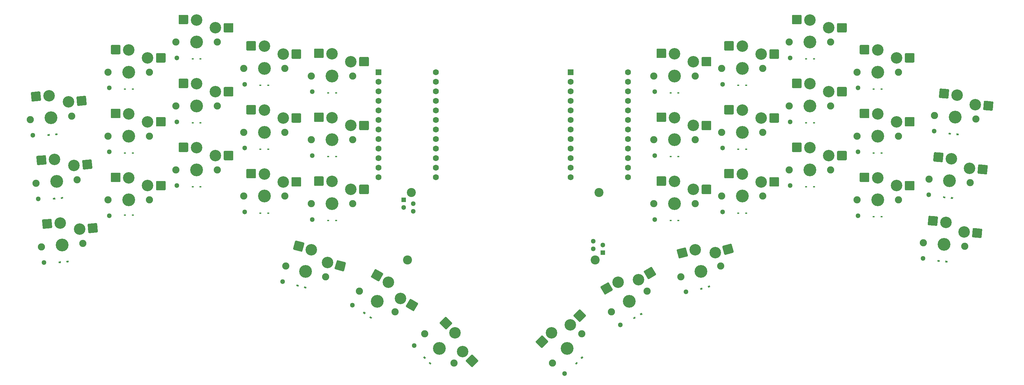
<source format=gbs>
%TF.GenerationSoftware,KiCad,Pcbnew,5.1.9+dfsg1-1+deb11u1*%
%TF.CreationDate,2024-10-07T21:35:42-04:00*%
%TF.ProjectId,mu-kb,6d752d6b-622e-46b6-9963-61645f706362,rev?*%
%TF.SameCoordinates,Original*%
%TF.FileFunction,Soldermask,Bot*%
%TF.FilePolarity,Negative*%
%FSLAX46Y46*%
G04 Gerber Fmt 4.6, Leading zero omitted, Abs format (unit mm)*
G04 Created by KiCad (PCBNEW 5.1.9+dfsg1-1+deb11u1) date 2024-10-07 21:35:42*
%MOMM*%
%LPD*%
G01*
G04 APERTURE LIST*
%ADD10C,2.400000*%
%ADD11C,1.300000*%
%ADD12R,1.300000X1.300000*%
%ADD13C,0.100000*%
%ADD14R,0.600000X0.450000*%
%ADD15C,3.050000*%
%ADD16C,3.400000*%
%ADD17C,1.900000*%
%ADD18R,1.600000X1.600000*%
%ADD19C,1.600000*%
G04 APERTURE END LIST*
D10*
%TO.C,R_JTRX1*%
X172460000Y-98000000D03*
X171460000Y-116000000D03*
D11*
X170960000Y-111000000D03*
X173500000Y-112000000D03*
X170960000Y-113000000D03*
D12*
X173500000Y-114000000D03*
%TD*%
D10*
%TO.C,JTRX1*%
X121540000Y-116000000D03*
X122540000Y-98000000D03*
D11*
X123040000Y-103000000D03*
X120500000Y-102000000D03*
X123040000Y-101000000D03*
D12*
X120500000Y-100000000D03*
%TD*%
D13*
%TO.C,D1*%
G36*
X25883224Y-82976784D02*
G01*
X25844004Y-82528496D01*
X26441720Y-82476202D01*
X26480940Y-82924490D01*
X25883224Y-82976784D01*
G37*
G36*
X27975232Y-82793756D02*
G01*
X27936012Y-82345468D01*
X28533728Y-82293174D01*
X28572948Y-82741462D01*
X27975232Y-82793756D01*
G37*
%TD*%
%TO.C,D2*%
G36*
X27364871Y-99912094D02*
G01*
X27325651Y-99463806D01*
X27923367Y-99411512D01*
X27962587Y-99859800D01*
X27364871Y-99912094D01*
G37*
G36*
X29456879Y-99729066D02*
G01*
X29417659Y-99280778D01*
X30015375Y-99228484D01*
X30054595Y-99676772D01*
X29456879Y-99729066D01*
G37*
%TD*%
%TO.C,D3*%
G36*
X30938527Y-116664376D02*
G01*
X30899307Y-116216088D01*
X31497023Y-116163794D01*
X31536243Y-116612082D01*
X30938527Y-116664376D01*
G37*
G36*
X28846519Y-116847404D02*
G01*
X28807299Y-116399116D01*
X29405015Y-116346822D01*
X29444235Y-116795110D01*
X28846519Y-116847404D01*
G37*
%TD*%
D14*
%TO.C,D4*%
X48550000Y-70500000D03*
X46450000Y-70500000D03*
%TD*%
%TO.C,D5*%
X46450000Y-87500000D03*
X48550000Y-87500000D03*
%TD*%
%TO.C,D6*%
X48550000Y-104000000D03*
X46450000Y-104000000D03*
%TD*%
%TO.C,D7*%
X64450000Y-62500000D03*
X66550000Y-62500000D03*
%TD*%
%TO.C,D8*%
X66550000Y-79500000D03*
X64450000Y-79500000D03*
%TD*%
%TO.C,D9*%
X66550000Y-96500000D03*
X64450000Y-96500000D03*
%TD*%
%TO.C,D10*%
X82450000Y-69500000D03*
X84550000Y-69500000D03*
%TD*%
%TO.C,D11*%
X84550000Y-86500000D03*
X82450000Y-86500000D03*
%TD*%
%TO.C,D12*%
X82450000Y-103500000D03*
X84550000Y-103500000D03*
%TD*%
%TO.C,D13*%
X100450000Y-71500000D03*
X102550000Y-71500000D03*
%TD*%
%TO.C,D14*%
X100450000Y-88500000D03*
X102550000Y-88500000D03*
%TD*%
%TO.C,D15*%
X102550000Y-105500000D03*
X100450000Y-105500000D03*
%TD*%
D13*
%TO.C,D16*%
G36*
X91992521Y-122921883D02*
G01*
X92108990Y-122487216D01*
X92688545Y-122642507D01*
X92572076Y-123077174D01*
X91992521Y-122921883D01*
G37*
G36*
X94020965Y-123465403D02*
G01*
X94137434Y-123030736D01*
X94716989Y-123186027D01*
X94600520Y-123620694D01*
X94020965Y-123465403D01*
G37*
%TD*%
%TO.C,D17*%
G36*
X109683997Y-130096165D02*
G01*
X109942106Y-129727547D01*
X110433597Y-130071693D01*
X110175488Y-130440311D01*
X109683997Y-130096165D01*
G37*
G36*
X111404217Y-131300675D02*
G01*
X111662326Y-130932057D01*
X112153817Y-131276203D01*
X111895708Y-131644821D01*
X111404217Y-131300675D01*
G37*
%TD*%
%TO.C,D18*%
G36*
X127189250Y-143371410D02*
G01*
X127507448Y-143053212D01*
X127931712Y-143477476D01*
X127613514Y-143795674D01*
X127189250Y-143371410D01*
G37*
G36*
X125704326Y-141886486D02*
G01*
X126022524Y-141568288D01*
X126446788Y-141992552D01*
X126128590Y-142310750D01*
X125704326Y-141886486D01*
G37*
%TD*%
D14*
%TO.C,R_D1*%
X193550000Y-71500000D03*
X191450000Y-71500000D03*
%TD*%
%TO.C,R_D2*%
X191450000Y-88500000D03*
X193550000Y-88500000D03*
%TD*%
%TO.C,R_D3*%
X193550000Y-105500000D03*
X191450000Y-105500000D03*
%TD*%
%TO.C,R_D4*%
X211550000Y-69500000D03*
X209450000Y-69500000D03*
%TD*%
%TO.C,R_D5*%
X209450000Y-86500000D03*
X211550000Y-86500000D03*
%TD*%
%TO.C,R_D6*%
X211550000Y-103500000D03*
X209450000Y-103500000D03*
%TD*%
%TO.C,R_D7*%
X229550000Y-62500000D03*
X227450000Y-62500000D03*
%TD*%
%TO.C,R_D8*%
X229550000Y-79500000D03*
X227450000Y-79500000D03*
%TD*%
%TO.C,R_D9*%
X227450000Y-96500000D03*
X229550000Y-96500000D03*
%TD*%
%TO.C,R_D10*%
X245450000Y-70500000D03*
X247550000Y-70500000D03*
%TD*%
%TO.C,R_D11*%
X245450000Y-87500000D03*
X247550000Y-87500000D03*
%TD*%
%TO.C,R_D12*%
X247550000Y-104500000D03*
X245450000Y-104500000D03*
%TD*%
D13*
%TO.C,R_D13*%
G36*
X265334663Y-82567150D02*
G01*
X265373883Y-82118862D01*
X265971599Y-82171156D01*
X265932379Y-82619444D01*
X265334663Y-82567150D01*
G37*
G36*
X267426671Y-82750178D02*
G01*
X267465891Y-82301890D01*
X268063607Y-82354184D01*
X268024387Y-82802472D01*
X267426671Y-82750178D01*
G37*
%TD*%
%TO.C,R_D14*%
G36*
X265945023Y-99685488D02*
G01*
X265984243Y-99237200D01*
X266581959Y-99289494D01*
X266542739Y-99737782D01*
X265945023Y-99685488D01*
G37*
G36*
X263853015Y-99502460D02*
G01*
X263892235Y-99054172D01*
X264489951Y-99106466D01*
X264450731Y-99554754D01*
X263853015Y-99502460D01*
G37*
%TD*%
%TO.C,R_D15*%
G36*
X262371368Y-116437770D02*
G01*
X262410588Y-115989482D01*
X263008304Y-116041776D01*
X262969084Y-116490064D01*
X262371368Y-116437770D01*
G37*
G36*
X264463376Y-116620798D02*
G01*
X264502596Y-116172510D01*
X265100312Y-116224804D01*
X265061092Y-116673092D01*
X264463376Y-116620798D01*
G37*
%TD*%
%TO.C,R_D16*%
G36*
X167871410Y-142310750D02*
G01*
X167553212Y-141992552D01*
X167977476Y-141568288D01*
X168295674Y-141886486D01*
X167871410Y-142310750D01*
G37*
G36*
X166386486Y-143795674D02*
G01*
X166068288Y-143477476D01*
X166492552Y-143053212D01*
X166810750Y-143371410D01*
X166386486Y-143795674D01*
G37*
%TD*%
%TO.C,R_D17*%
G36*
X183512019Y-130716970D02*
G01*
X183287019Y-130327258D01*
X183806635Y-130027258D01*
X184031635Y-130416970D01*
X183512019Y-130716970D01*
G37*
G36*
X181693365Y-131766970D02*
G01*
X181468365Y-131377258D01*
X181987981Y-131077258D01*
X182212981Y-131466970D01*
X181693365Y-131766970D01*
G37*
%TD*%
%TO.C,R_D18*%
G36*
X201447365Y-123369885D02*
G01*
X201330896Y-122935218D01*
X201910451Y-122779927D01*
X202026920Y-123214594D01*
X201447365Y-123369885D01*
G37*
G36*
X199418921Y-123913405D02*
G01*
X199302452Y-123478738D01*
X199882007Y-123323447D01*
X199998476Y-123758114D01*
X199418921Y-123913405D01*
G37*
%TD*%
D15*
%TO.C,R_SW1*%
X192500000Y-61100000D03*
X197500000Y-63200000D03*
G36*
G01*
X187725000Y-62000000D02*
X187725000Y-60000000D01*
G75*
G02*
X187975000Y-59750000I250000J0D01*
G01*
X190025000Y-59750000D01*
G75*
G02*
X190275000Y-60000000I0J-250000D01*
G01*
X190275000Y-62000000D01*
G75*
G02*
X190025000Y-62250000I-250000J0D01*
G01*
X187975000Y-62250000D01*
G75*
G02*
X187725000Y-62000000I0J250000D01*
G01*
G37*
G36*
G01*
X199725000Y-64200000D02*
X199725000Y-62200000D01*
G75*
G02*
X199975000Y-61950000I250000J0D01*
G01*
X202025000Y-61950000D01*
G75*
G02*
X202275000Y-62200000I0J-250000D01*
G01*
X202275000Y-64200000D01*
G75*
G02*
X202025000Y-64450000I-250000J0D01*
G01*
X199975000Y-64450000D01*
G75*
G02*
X199725000Y-64200000I0J250000D01*
G01*
G37*
D16*
X192500000Y-67000000D03*
D17*
X187000000Y-67000000D03*
X198000000Y-67000000D03*
D11*
X187280000Y-71200000D03*
%TD*%
D15*
%TO.C,R_SW2*%
X192500000Y-78100000D03*
X197500000Y-80200000D03*
G36*
G01*
X187725000Y-79000000D02*
X187725000Y-77000000D01*
G75*
G02*
X187975000Y-76750000I250000J0D01*
G01*
X190025000Y-76750000D01*
G75*
G02*
X190275000Y-77000000I0J-250000D01*
G01*
X190275000Y-79000000D01*
G75*
G02*
X190025000Y-79250000I-250000J0D01*
G01*
X187975000Y-79250000D01*
G75*
G02*
X187725000Y-79000000I0J250000D01*
G01*
G37*
G36*
G01*
X199725000Y-81200000D02*
X199725000Y-79200000D01*
G75*
G02*
X199975000Y-78950000I250000J0D01*
G01*
X202025000Y-78950000D01*
G75*
G02*
X202275000Y-79200000I0J-250000D01*
G01*
X202275000Y-81200000D01*
G75*
G02*
X202025000Y-81450000I-250000J0D01*
G01*
X199975000Y-81450000D01*
G75*
G02*
X199725000Y-81200000I0J250000D01*
G01*
G37*
D16*
X192500000Y-84000000D03*
D17*
X187000000Y-84000000D03*
X198000000Y-84000000D03*
D11*
X187280000Y-88200000D03*
%TD*%
%TO.C,R_SW3*%
X187280000Y-105200000D03*
D17*
X198000000Y-101000000D03*
X187000000Y-101000000D03*
D16*
X192500000Y-101000000D03*
G36*
G01*
X199725000Y-98200000D02*
X199725000Y-96200000D01*
G75*
G02*
X199975000Y-95950000I250000J0D01*
G01*
X202025000Y-95950000D01*
G75*
G02*
X202275000Y-96200000I0J-250000D01*
G01*
X202275000Y-98200000D01*
G75*
G02*
X202025000Y-98450000I-250000J0D01*
G01*
X199975000Y-98450000D01*
G75*
G02*
X199725000Y-98200000I0J250000D01*
G01*
G37*
G36*
G01*
X187725000Y-96000000D02*
X187725000Y-94000000D01*
G75*
G02*
X187975000Y-93750000I250000J0D01*
G01*
X190025000Y-93750000D01*
G75*
G02*
X190275000Y-94000000I0J-250000D01*
G01*
X190275000Y-96000000D01*
G75*
G02*
X190025000Y-96250000I-250000J0D01*
G01*
X187975000Y-96250000D01*
G75*
G02*
X187725000Y-96000000I0J250000D01*
G01*
G37*
D15*
X197500000Y-97200000D03*
X192500000Y-95100000D03*
%TD*%
%TO.C,R_SW4*%
X210500000Y-59100000D03*
X215500000Y-61200000D03*
G36*
G01*
X205725000Y-60000000D02*
X205725000Y-58000000D01*
G75*
G02*
X205975000Y-57750000I250000J0D01*
G01*
X208025000Y-57750000D01*
G75*
G02*
X208275000Y-58000000I0J-250000D01*
G01*
X208275000Y-60000000D01*
G75*
G02*
X208025000Y-60250000I-250000J0D01*
G01*
X205975000Y-60250000D01*
G75*
G02*
X205725000Y-60000000I0J250000D01*
G01*
G37*
G36*
G01*
X217725000Y-62200000D02*
X217725000Y-60200000D01*
G75*
G02*
X217975000Y-59950000I250000J0D01*
G01*
X220025000Y-59950000D01*
G75*
G02*
X220275000Y-60200000I0J-250000D01*
G01*
X220275000Y-62200000D01*
G75*
G02*
X220025000Y-62450000I-250000J0D01*
G01*
X217975000Y-62450000D01*
G75*
G02*
X217725000Y-62200000I0J250000D01*
G01*
G37*
D16*
X210500000Y-65000000D03*
D17*
X205000000Y-65000000D03*
X216000000Y-65000000D03*
D11*
X205280000Y-69200000D03*
%TD*%
%TO.C,R_SW5*%
X205280000Y-86200000D03*
D17*
X216000000Y-82000000D03*
X205000000Y-82000000D03*
D16*
X210500000Y-82000000D03*
G36*
G01*
X217725000Y-79200000D02*
X217725000Y-77200000D01*
G75*
G02*
X217975000Y-76950000I250000J0D01*
G01*
X220025000Y-76950000D01*
G75*
G02*
X220275000Y-77200000I0J-250000D01*
G01*
X220275000Y-79200000D01*
G75*
G02*
X220025000Y-79450000I-250000J0D01*
G01*
X217975000Y-79450000D01*
G75*
G02*
X217725000Y-79200000I0J250000D01*
G01*
G37*
G36*
G01*
X205725000Y-77000000D02*
X205725000Y-75000000D01*
G75*
G02*
X205975000Y-74750000I250000J0D01*
G01*
X208025000Y-74750000D01*
G75*
G02*
X208275000Y-75000000I0J-250000D01*
G01*
X208275000Y-77000000D01*
G75*
G02*
X208025000Y-77250000I-250000J0D01*
G01*
X205975000Y-77250000D01*
G75*
G02*
X205725000Y-77000000I0J250000D01*
G01*
G37*
D15*
X215500000Y-78200000D03*
X210500000Y-76100000D03*
%TD*%
%TO.C,R_SW6*%
X210500000Y-93100000D03*
X215500000Y-95200000D03*
G36*
G01*
X205725000Y-94000000D02*
X205725000Y-92000000D01*
G75*
G02*
X205975000Y-91750000I250000J0D01*
G01*
X208025000Y-91750000D01*
G75*
G02*
X208275000Y-92000000I0J-250000D01*
G01*
X208275000Y-94000000D01*
G75*
G02*
X208025000Y-94250000I-250000J0D01*
G01*
X205975000Y-94250000D01*
G75*
G02*
X205725000Y-94000000I0J250000D01*
G01*
G37*
G36*
G01*
X217725000Y-96200000D02*
X217725000Y-94200000D01*
G75*
G02*
X217975000Y-93950000I250000J0D01*
G01*
X220025000Y-93950000D01*
G75*
G02*
X220275000Y-94200000I0J-250000D01*
G01*
X220275000Y-96200000D01*
G75*
G02*
X220025000Y-96450000I-250000J0D01*
G01*
X217975000Y-96450000D01*
G75*
G02*
X217725000Y-96200000I0J250000D01*
G01*
G37*
D16*
X210500000Y-99000000D03*
D17*
X205000000Y-99000000D03*
X216000000Y-99000000D03*
D11*
X205280000Y-103200000D03*
%TD*%
D15*
%TO.C,R_SW7*%
X228500000Y-52100000D03*
X233500000Y-54200000D03*
G36*
G01*
X223725000Y-53000000D02*
X223725000Y-51000000D01*
G75*
G02*
X223975000Y-50750000I250000J0D01*
G01*
X226025000Y-50750000D01*
G75*
G02*
X226275000Y-51000000I0J-250000D01*
G01*
X226275000Y-53000000D01*
G75*
G02*
X226025000Y-53250000I-250000J0D01*
G01*
X223975000Y-53250000D01*
G75*
G02*
X223725000Y-53000000I0J250000D01*
G01*
G37*
G36*
G01*
X235725000Y-55200000D02*
X235725000Y-53200000D01*
G75*
G02*
X235975000Y-52950000I250000J0D01*
G01*
X238025000Y-52950000D01*
G75*
G02*
X238275000Y-53200000I0J-250000D01*
G01*
X238275000Y-55200000D01*
G75*
G02*
X238025000Y-55450000I-250000J0D01*
G01*
X235975000Y-55450000D01*
G75*
G02*
X235725000Y-55200000I0J250000D01*
G01*
G37*
D16*
X228500000Y-58000000D03*
D17*
X223000000Y-58000000D03*
X234000000Y-58000000D03*
D11*
X223280000Y-62200000D03*
%TD*%
%TO.C,R_SW8*%
X223280000Y-79200000D03*
D17*
X234000000Y-75000000D03*
X223000000Y-75000000D03*
D16*
X228500000Y-75000000D03*
G36*
G01*
X235725000Y-72200000D02*
X235725000Y-70200000D01*
G75*
G02*
X235975000Y-69950000I250000J0D01*
G01*
X238025000Y-69950000D01*
G75*
G02*
X238275000Y-70200000I0J-250000D01*
G01*
X238275000Y-72200000D01*
G75*
G02*
X238025000Y-72450000I-250000J0D01*
G01*
X235975000Y-72450000D01*
G75*
G02*
X235725000Y-72200000I0J250000D01*
G01*
G37*
G36*
G01*
X223725000Y-70000000D02*
X223725000Y-68000000D01*
G75*
G02*
X223975000Y-67750000I250000J0D01*
G01*
X226025000Y-67750000D01*
G75*
G02*
X226275000Y-68000000I0J-250000D01*
G01*
X226275000Y-70000000D01*
G75*
G02*
X226025000Y-70250000I-250000J0D01*
G01*
X223975000Y-70250000D01*
G75*
G02*
X223725000Y-70000000I0J250000D01*
G01*
G37*
D15*
X233500000Y-71200000D03*
X228500000Y-69100000D03*
%TD*%
%TO.C,R_SW9*%
X228500000Y-86100000D03*
X233500000Y-88200000D03*
G36*
G01*
X223725000Y-87000000D02*
X223725000Y-85000000D01*
G75*
G02*
X223975000Y-84750000I250000J0D01*
G01*
X226025000Y-84750000D01*
G75*
G02*
X226275000Y-85000000I0J-250000D01*
G01*
X226275000Y-87000000D01*
G75*
G02*
X226025000Y-87250000I-250000J0D01*
G01*
X223975000Y-87250000D01*
G75*
G02*
X223725000Y-87000000I0J250000D01*
G01*
G37*
G36*
G01*
X235725000Y-89200000D02*
X235725000Y-87200000D01*
G75*
G02*
X235975000Y-86950000I250000J0D01*
G01*
X238025000Y-86950000D01*
G75*
G02*
X238275000Y-87200000I0J-250000D01*
G01*
X238275000Y-89200000D01*
G75*
G02*
X238025000Y-89450000I-250000J0D01*
G01*
X235975000Y-89450000D01*
G75*
G02*
X235725000Y-89200000I0J250000D01*
G01*
G37*
D16*
X228500000Y-92000000D03*
D17*
X223000000Y-92000000D03*
X234000000Y-92000000D03*
D11*
X223280000Y-96200000D03*
%TD*%
D15*
%TO.C,R_SW10*%
X246500000Y-60100000D03*
X251500000Y-62200000D03*
G36*
G01*
X241725000Y-61000000D02*
X241725000Y-59000000D01*
G75*
G02*
X241975000Y-58750000I250000J0D01*
G01*
X244025000Y-58750000D01*
G75*
G02*
X244275000Y-59000000I0J-250000D01*
G01*
X244275000Y-61000000D01*
G75*
G02*
X244025000Y-61250000I-250000J0D01*
G01*
X241975000Y-61250000D01*
G75*
G02*
X241725000Y-61000000I0J250000D01*
G01*
G37*
G36*
G01*
X253725000Y-63200000D02*
X253725000Y-61200000D01*
G75*
G02*
X253975000Y-60950000I250000J0D01*
G01*
X256025000Y-60950000D01*
G75*
G02*
X256275000Y-61200000I0J-250000D01*
G01*
X256275000Y-63200000D01*
G75*
G02*
X256025000Y-63450000I-250000J0D01*
G01*
X253975000Y-63450000D01*
G75*
G02*
X253725000Y-63200000I0J250000D01*
G01*
G37*
D16*
X246500000Y-66000000D03*
D17*
X241000000Y-66000000D03*
X252000000Y-66000000D03*
D11*
X241280000Y-70200000D03*
%TD*%
%TO.C,R_SW11*%
X241280000Y-87200000D03*
D17*
X252000000Y-83000000D03*
X241000000Y-83000000D03*
D16*
X246500000Y-83000000D03*
G36*
G01*
X253725000Y-80200000D02*
X253725000Y-78200000D01*
G75*
G02*
X253975000Y-77950000I250000J0D01*
G01*
X256025000Y-77950000D01*
G75*
G02*
X256275000Y-78200000I0J-250000D01*
G01*
X256275000Y-80200000D01*
G75*
G02*
X256025000Y-80450000I-250000J0D01*
G01*
X253975000Y-80450000D01*
G75*
G02*
X253725000Y-80200000I0J250000D01*
G01*
G37*
G36*
G01*
X241725000Y-78000000D02*
X241725000Y-76000000D01*
G75*
G02*
X241975000Y-75750000I250000J0D01*
G01*
X244025000Y-75750000D01*
G75*
G02*
X244275000Y-76000000I0J-250000D01*
G01*
X244275000Y-78000000D01*
G75*
G02*
X244025000Y-78250000I-250000J0D01*
G01*
X241975000Y-78250000D01*
G75*
G02*
X241725000Y-78000000I0J250000D01*
G01*
G37*
D15*
X251500000Y-79200000D03*
X246500000Y-77100000D03*
%TD*%
%TO.C,R_SW12*%
X246500000Y-94100000D03*
X251500000Y-96200000D03*
G36*
G01*
X241725000Y-95000000D02*
X241725000Y-93000000D01*
G75*
G02*
X241975000Y-92750000I250000J0D01*
G01*
X244025000Y-92750000D01*
G75*
G02*
X244275000Y-93000000I0J-250000D01*
G01*
X244275000Y-95000000D01*
G75*
G02*
X244025000Y-95250000I-250000J0D01*
G01*
X241975000Y-95250000D01*
G75*
G02*
X241725000Y-95000000I0J250000D01*
G01*
G37*
G36*
G01*
X253725000Y-97200000D02*
X253725000Y-95200000D01*
G75*
G02*
X253975000Y-94950000I250000J0D01*
G01*
X256025000Y-94950000D01*
G75*
G02*
X256275000Y-95200000I0J-250000D01*
G01*
X256275000Y-97200000D01*
G75*
G02*
X256025000Y-97450000I-250000J0D01*
G01*
X253975000Y-97450000D01*
G75*
G02*
X253725000Y-97200000I0J250000D01*
G01*
G37*
D16*
X246500000Y-100000000D03*
D17*
X241000000Y-100000000D03*
X252000000Y-100000000D03*
D11*
X241280000Y-104200000D03*
%TD*%
%TO.C,R_SW13*%
X261525146Y-81706856D03*
D17*
X272570407Y-78457148D03*
X261612265Y-77498434D03*
D16*
X267091336Y-77977791D03*
G36*
G01*
X274532879Y-75818146D02*
X274707190Y-73825757D01*
G75*
G02*
X274978028Y-73598497I249049J-21789D01*
G01*
X277020227Y-73777166D01*
G75*
G02*
X277247487Y-74048004I-21789J-249049D01*
G01*
X277073176Y-76040393D01*
G75*
G02*
X276802338Y-76267653I-249049J21789D01*
G01*
X274760139Y-76088984D01*
G75*
G02*
X274532879Y-75818146I21789J249049D01*
G01*
G37*
G36*
G01*
X262770285Y-72580649D02*
X262944596Y-70588260D01*
G75*
G02*
X263215434Y-70361000I249049J-21789D01*
G01*
X265257633Y-70539669D01*
G75*
G02*
X265484893Y-70810507I-21789J-249049D01*
G01*
X265310582Y-72802896D01*
G75*
G02*
X265039744Y-73030156I-249049J21789D01*
G01*
X262997545Y-72851487D01*
G75*
G02*
X262770285Y-72580649I21789J249049D01*
G01*
G37*
D15*
X272403501Y-74628030D03*
X267605555Y-72100242D03*
%TD*%
%TO.C,R_SW14*%
X266123907Y-89035552D03*
X270921853Y-91563340D03*
G36*
G01*
X261288637Y-89515959D02*
X261462948Y-87523570D01*
G75*
G02*
X261733786Y-87296310I249049J-21789D01*
G01*
X263775985Y-87474979D01*
G75*
G02*
X264003245Y-87745817I-21789J-249049D01*
G01*
X263828934Y-89738206D01*
G75*
G02*
X263558096Y-89965466I-249049J21789D01*
G01*
X261515897Y-89786797D01*
G75*
G02*
X261288637Y-89515959I21789J249049D01*
G01*
G37*
G36*
G01*
X273051231Y-92753456D02*
X273225542Y-90761067D01*
G75*
G02*
X273496380Y-90533807I249049J-21789D01*
G01*
X275538579Y-90712476D01*
G75*
G02*
X275765839Y-90983314I-21789J-249049D01*
G01*
X275591528Y-92975703D01*
G75*
G02*
X275320690Y-93202963I-249049J21789D01*
G01*
X273278491Y-93024294D01*
G75*
G02*
X273051231Y-92753456I21789J249049D01*
G01*
G37*
D16*
X265609688Y-94913101D03*
D17*
X260130617Y-94433744D03*
X271088759Y-95392458D03*
D11*
X260043498Y-98642166D03*
%TD*%
%TO.C,R_SW15*%
X258561851Y-115577476D03*
D17*
X269607112Y-112327768D03*
X258648970Y-111369054D03*
D16*
X264128041Y-111848411D03*
G36*
G01*
X271569584Y-109688766D02*
X271743895Y-107696377D01*
G75*
G02*
X272014733Y-107469117I249049J-21789D01*
G01*
X274056932Y-107647786D01*
G75*
G02*
X274284192Y-107918624I-21789J-249049D01*
G01*
X274109881Y-109911013D01*
G75*
G02*
X273839043Y-110138273I-249049J21789D01*
G01*
X271796844Y-109959604D01*
G75*
G02*
X271569584Y-109688766I21789J249049D01*
G01*
G37*
G36*
G01*
X259806990Y-106451269D02*
X259981301Y-104458880D01*
G75*
G02*
X260252139Y-104231620I249049J-21789D01*
G01*
X262294338Y-104410289D01*
G75*
G02*
X262521598Y-104681127I-21789J-249049D01*
G01*
X262347287Y-106673516D01*
G75*
G02*
X262076449Y-106900776I-249049J21789D01*
G01*
X260034250Y-106722107D01*
G75*
G02*
X259806990Y-106451269I21789J249049D01*
G01*
G37*
D15*
X269440206Y-108498650D03*
X264642260Y-105970862D03*
%TD*%
%TO.C,R_SW16*%
X159828070Y-135328070D03*
X164848528Y-133277460D03*
G36*
G01*
X157088031Y-139340901D02*
X155673818Y-137926688D01*
G75*
G02*
X155673818Y-137573134I176777J176777D01*
G01*
X157123387Y-136123565D01*
G75*
G02*
X157476941Y-136123565I176777J-176777D01*
G01*
X158891154Y-137537778D01*
G75*
G02*
X158891154Y-137891332I-176777J-176777D01*
G01*
X157441585Y-139340901D01*
G75*
G02*
X157088031Y-139340901I-176777J176777D01*
G01*
G37*
G36*
G01*
X167128947Y-132411255D02*
X165714734Y-130997042D01*
G75*
G02*
X165714734Y-130643488I176777J176777D01*
G01*
X167164303Y-129193919D01*
G75*
G02*
X167517857Y-129193919I176777J-176777D01*
G01*
X168932070Y-130608132D01*
G75*
G02*
X168932070Y-130961686I-176777J-176777D01*
G01*
X167482501Y-132411255D01*
G75*
G02*
X167128947Y-132411255I-176777J176777D01*
G01*
G37*
D16*
X164000000Y-139500000D03*
D17*
X160110913Y-143389087D03*
X167889087Y-135610913D03*
D11*
X163278751Y-146160946D03*
%TD*%
%TO.C,R_SW17*%
X178079347Y-133247307D03*
D17*
X185263140Y-124250000D03*
X175736860Y-129750000D03*
D16*
X180500000Y-127000000D03*
G36*
G01*
X185357034Y-120962628D02*
X184357034Y-119230578D01*
G75*
G02*
X184448540Y-118889072I216506J125000D01*
G01*
X186223892Y-117864072D01*
G75*
G02*
X186565398Y-117955578I125000J-216506D01*
G01*
X187565398Y-119687628D01*
G75*
G02*
X187473892Y-120029134I-216506J-125000D01*
G01*
X185698540Y-121054134D01*
G75*
G02*
X185357034Y-120962628I-125000J216506D01*
G01*
G37*
G36*
G01*
X173864729Y-125057373D02*
X172864729Y-123325323D01*
G75*
G02*
X172956235Y-122983817I216506J125000D01*
G01*
X174731587Y-121958817D01*
G75*
G02*
X175073093Y-122050323I125000J-216506D01*
G01*
X176073093Y-123782373D01*
G75*
G02*
X175981587Y-124123879I-216506J-125000D01*
G01*
X174206235Y-125148879D01*
G75*
G02*
X173864729Y-125057373I-125000J216506D01*
G01*
G37*
D15*
X182930127Y-121209103D03*
X177550000Y-121890450D03*
%TD*%
%TO.C,R_SW18*%
X197972968Y-113301038D03*
X203346117Y-114035387D03*
G36*
G01*
X193593609Y-115406232D02*
X193075971Y-113474381D01*
G75*
G02*
X193252747Y-113168195I241481J64705D01*
G01*
X195232895Y-112637616D01*
G75*
G02*
X195539081Y-112814392I64705J-241481D01*
G01*
X196056719Y-114746243D01*
G75*
G02*
X195879943Y-115052429I-241481J-64705D01*
G01*
X193899795Y-115583008D01*
G75*
G02*
X193593609Y-115406232I-64705J241481D01*
G01*
G37*
G36*
G01*
X205754121Y-114425440D02*
X205236483Y-112493589D01*
G75*
G02*
X205413259Y-112187403I241481J64705D01*
G01*
X207393407Y-111656824D01*
G75*
G02*
X207699593Y-111833600I64705J-241481D01*
G01*
X208217231Y-113765451D01*
G75*
G02*
X208040455Y-114071637I-241481J-64705D01*
G01*
X206060307Y-114602216D01*
G75*
G02*
X205754121Y-114425440I-64705J241481D01*
G01*
G37*
D16*
X199500000Y-119000000D03*
D17*
X194187408Y-120423505D03*
X204812592Y-117576495D03*
D11*
X195544907Y-124407924D03*
%TD*%
D18*
%TO.C,R_U1*%
X164880000Y-66030000D03*
D19*
X164880000Y-68570000D03*
X164880000Y-71110000D03*
X164880000Y-73650000D03*
X164880000Y-76190000D03*
X164880000Y-78730000D03*
X164880000Y-81270000D03*
X164880000Y-83810000D03*
X164880000Y-86350000D03*
X164880000Y-88890000D03*
X164880000Y-91430000D03*
X164880000Y-93970000D03*
X180120000Y-93970000D03*
X180120000Y-91430000D03*
X180120000Y-88890000D03*
X180120000Y-86350000D03*
X180120000Y-83810000D03*
X180120000Y-81270000D03*
X180120000Y-78730000D03*
X180120000Y-76190000D03*
X180120000Y-73650000D03*
X180120000Y-71110000D03*
X180120000Y-68570000D03*
X180120000Y-66030000D03*
%TD*%
D11*
%TO.C,SW1*%
X21982193Y-82791074D03*
D17*
X32295346Y-77672746D03*
X21337204Y-78631460D03*
D16*
X26816275Y-78152103D03*
G36*
G01*
X33769745Y-74733057D02*
X33595434Y-72740668D01*
G75*
G02*
X33822694Y-72469830I249049J21789D01*
G01*
X35864893Y-72291161D01*
G75*
G02*
X36135731Y-72518421I21789J-249049D01*
G01*
X36310042Y-74510810D01*
G75*
G02*
X36082782Y-74781648I-249049J-21789D01*
G01*
X34040583Y-74960317D01*
G75*
G02*
X33769745Y-74733057I-21789J249049D01*
G01*
G37*
G36*
G01*
X21623666Y-73587298D02*
X21449355Y-71594909D01*
G75*
G02*
X21676615Y-71324071I249049J21789D01*
G01*
X23718814Y-71145402D01*
G75*
G02*
X23989652Y-71372662I21789J-249049D01*
G01*
X24163963Y-73365051D01*
G75*
G02*
X23936703Y-73635889I-249049J-21789D01*
G01*
X21894504Y-73814558D01*
G75*
G02*
X21623666Y-73587298I-21789J249049D01*
G01*
G37*
D15*
X31466057Y-73930784D03*
X26302056Y-72274554D03*
%TD*%
D11*
%TO.C,SW2*%
X23463840Y-99726384D03*
D17*
X33776993Y-94608056D03*
X22818851Y-95566770D03*
D16*
X28297922Y-95087413D03*
G36*
G01*
X35251392Y-91668367D02*
X35077081Y-89675978D01*
G75*
G02*
X35304341Y-89405140I249049J21789D01*
G01*
X37346540Y-89226471D01*
G75*
G02*
X37617378Y-89453731I21789J-249049D01*
G01*
X37791689Y-91446120D01*
G75*
G02*
X37564429Y-91716958I-249049J-21789D01*
G01*
X35522230Y-91895627D01*
G75*
G02*
X35251392Y-91668367I-21789J249049D01*
G01*
G37*
G36*
G01*
X23105313Y-90522608D02*
X22931002Y-88530219D01*
G75*
G02*
X23158262Y-88259381I249049J21789D01*
G01*
X25200461Y-88080712D01*
G75*
G02*
X25471299Y-88307972I21789J-249049D01*
G01*
X25645610Y-90300361D01*
G75*
G02*
X25418350Y-90571199I-249049J-21789D01*
G01*
X23376151Y-90749868D01*
G75*
G02*
X23105313Y-90522608I-21789J249049D01*
G01*
G37*
D15*
X32947704Y-90866094D03*
X27783703Y-89209864D03*
%TD*%
%TO.C,SW3*%
X29265351Y-106145173D03*
X34429352Y-107801403D03*
G36*
G01*
X24586961Y-107457917D02*
X24412650Y-105465528D01*
G75*
G02*
X24639910Y-105194690I249049J21789D01*
G01*
X26682109Y-105016021D01*
G75*
G02*
X26952947Y-105243281I21789J-249049D01*
G01*
X27127258Y-107235670D01*
G75*
G02*
X26899998Y-107506508I-249049J-21789D01*
G01*
X24857799Y-107685177D01*
G75*
G02*
X24586961Y-107457917I-21789J249049D01*
G01*
G37*
G36*
G01*
X36733040Y-108603676D02*
X36558729Y-106611287D01*
G75*
G02*
X36785989Y-106340449I249049J21789D01*
G01*
X38828188Y-106161780D01*
G75*
G02*
X39099026Y-106389040I21789J-249049D01*
G01*
X39273337Y-108381429D01*
G75*
G02*
X39046077Y-108652267I-249049J-21789D01*
G01*
X37003878Y-108830936D01*
G75*
G02*
X36733040Y-108603676I-21789J249049D01*
G01*
G37*
D16*
X29779570Y-112022722D03*
D17*
X24300499Y-112502079D03*
X35258641Y-111543365D03*
D11*
X24945488Y-116661693D03*
%TD*%
%TO.C,SW4*%
X42280000Y-70200000D03*
D17*
X53000000Y-66000000D03*
X42000000Y-66000000D03*
D16*
X47500000Y-66000000D03*
G36*
G01*
X54725000Y-63200000D02*
X54725000Y-61200000D01*
G75*
G02*
X54975000Y-60950000I250000J0D01*
G01*
X57025000Y-60950000D01*
G75*
G02*
X57275000Y-61200000I0J-250000D01*
G01*
X57275000Y-63200000D01*
G75*
G02*
X57025000Y-63450000I-250000J0D01*
G01*
X54975000Y-63450000D01*
G75*
G02*
X54725000Y-63200000I0J250000D01*
G01*
G37*
G36*
G01*
X42725000Y-61000000D02*
X42725000Y-59000000D01*
G75*
G02*
X42975000Y-58750000I250000J0D01*
G01*
X45025000Y-58750000D01*
G75*
G02*
X45275000Y-59000000I0J-250000D01*
G01*
X45275000Y-61000000D01*
G75*
G02*
X45025000Y-61250000I-250000J0D01*
G01*
X42975000Y-61250000D01*
G75*
G02*
X42725000Y-61000000I0J250000D01*
G01*
G37*
D15*
X52500000Y-62200000D03*
X47500000Y-60100000D03*
%TD*%
%TO.C,SW5*%
X47500000Y-77100000D03*
X52500000Y-79200000D03*
G36*
G01*
X42725000Y-78000000D02*
X42725000Y-76000000D01*
G75*
G02*
X42975000Y-75750000I250000J0D01*
G01*
X45025000Y-75750000D01*
G75*
G02*
X45275000Y-76000000I0J-250000D01*
G01*
X45275000Y-78000000D01*
G75*
G02*
X45025000Y-78250000I-250000J0D01*
G01*
X42975000Y-78250000D01*
G75*
G02*
X42725000Y-78000000I0J250000D01*
G01*
G37*
G36*
G01*
X54725000Y-80200000D02*
X54725000Y-78200000D01*
G75*
G02*
X54975000Y-77950000I250000J0D01*
G01*
X57025000Y-77950000D01*
G75*
G02*
X57275000Y-78200000I0J-250000D01*
G01*
X57275000Y-80200000D01*
G75*
G02*
X57025000Y-80450000I-250000J0D01*
G01*
X54975000Y-80450000D01*
G75*
G02*
X54725000Y-80200000I0J250000D01*
G01*
G37*
D16*
X47500000Y-83000000D03*
D17*
X42000000Y-83000000D03*
X53000000Y-83000000D03*
D11*
X42280000Y-87200000D03*
%TD*%
%TO.C,SW6*%
X42280000Y-104200000D03*
D17*
X53000000Y-100000000D03*
X42000000Y-100000000D03*
D16*
X47500000Y-100000000D03*
G36*
G01*
X54725000Y-97200000D02*
X54725000Y-95200000D01*
G75*
G02*
X54975000Y-94950000I250000J0D01*
G01*
X57025000Y-94950000D01*
G75*
G02*
X57275000Y-95200000I0J-250000D01*
G01*
X57275000Y-97200000D01*
G75*
G02*
X57025000Y-97450000I-250000J0D01*
G01*
X54975000Y-97450000D01*
G75*
G02*
X54725000Y-97200000I0J250000D01*
G01*
G37*
G36*
G01*
X42725000Y-95000000D02*
X42725000Y-93000000D01*
G75*
G02*
X42975000Y-92750000I250000J0D01*
G01*
X45025000Y-92750000D01*
G75*
G02*
X45275000Y-93000000I0J-250000D01*
G01*
X45275000Y-95000000D01*
G75*
G02*
X45025000Y-95250000I-250000J0D01*
G01*
X42975000Y-95250000D01*
G75*
G02*
X42725000Y-95000000I0J250000D01*
G01*
G37*
D15*
X52500000Y-96200000D03*
X47500000Y-94100000D03*
%TD*%
%TO.C,SW7*%
X65500000Y-52100000D03*
X70500000Y-54200000D03*
G36*
G01*
X60725000Y-53000000D02*
X60725000Y-51000000D01*
G75*
G02*
X60975000Y-50750000I250000J0D01*
G01*
X63025000Y-50750000D01*
G75*
G02*
X63275000Y-51000000I0J-250000D01*
G01*
X63275000Y-53000000D01*
G75*
G02*
X63025000Y-53250000I-250000J0D01*
G01*
X60975000Y-53250000D01*
G75*
G02*
X60725000Y-53000000I0J250000D01*
G01*
G37*
G36*
G01*
X72725000Y-55200000D02*
X72725000Y-53200000D01*
G75*
G02*
X72975000Y-52950000I250000J0D01*
G01*
X75025000Y-52950000D01*
G75*
G02*
X75275000Y-53200000I0J-250000D01*
G01*
X75275000Y-55200000D01*
G75*
G02*
X75025000Y-55450000I-250000J0D01*
G01*
X72975000Y-55450000D01*
G75*
G02*
X72725000Y-55200000I0J250000D01*
G01*
G37*
D16*
X65500000Y-58000000D03*
D17*
X60000000Y-58000000D03*
X71000000Y-58000000D03*
D11*
X60280000Y-62200000D03*
%TD*%
%TO.C,SW8*%
X60280000Y-79200000D03*
D17*
X71000000Y-75000000D03*
X60000000Y-75000000D03*
D16*
X65500000Y-75000000D03*
G36*
G01*
X72725000Y-72200000D02*
X72725000Y-70200000D01*
G75*
G02*
X72975000Y-69950000I250000J0D01*
G01*
X75025000Y-69950000D01*
G75*
G02*
X75275000Y-70200000I0J-250000D01*
G01*
X75275000Y-72200000D01*
G75*
G02*
X75025000Y-72450000I-250000J0D01*
G01*
X72975000Y-72450000D01*
G75*
G02*
X72725000Y-72200000I0J250000D01*
G01*
G37*
G36*
G01*
X60725000Y-70000000D02*
X60725000Y-68000000D01*
G75*
G02*
X60975000Y-67750000I250000J0D01*
G01*
X63025000Y-67750000D01*
G75*
G02*
X63275000Y-68000000I0J-250000D01*
G01*
X63275000Y-70000000D01*
G75*
G02*
X63025000Y-70250000I-250000J0D01*
G01*
X60975000Y-70250000D01*
G75*
G02*
X60725000Y-70000000I0J250000D01*
G01*
G37*
D15*
X70500000Y-71200000D03*
X65500000Y-69100000D03*
%TD*%
D11*
%TO.C,SW9*%
X60280000Y-96200000D03*
D17*
X71000000Y-92000000D03*
X60000000Y-92000000D03*
D16*
X65500000Y-92000000D03*
G36*
G01*
X72725000Y-89200000D02*
X72725000Y-87200000D01*
G75*
G02*
X72975000Y-86950000I250000J0D01*
G01*
X75025000Y-86950000D01*
G75*
G02*
X75275000Y-87200000I0J-250000D01*
G01*
X75275000Y-89200000D01*
G75*
G02*
X75025000Y-89450000I-250000J0D01*
G01*
X72975000Y-89450000D01*
G75*
G02*
X72725000Y-89200000I0J250000D01*
G01*
G37*
G36*
G01*
X60725000Y-87000000D02*
X60725000Y-85000000D01*
G75*
G02*
X60975000Y-84750000I250000J0D01*
G01*
X63025000Y-84750000D01*
G75*
G02*
X63275000Y-85000000I0J-250000D01*
G01*
X63275000Y-87000000D01*
G75*
G02*
X63025000Y-87250000I-250000J0D01*
G01*
X60975000Y-87250000D01*
G75*
G02*
X60725000Y-87000000I0J250000D01*
G01*
G37*
D15*
X70500000Y-88200000D03*
X65500000Y-86100000D03*
%TD*%
D11*
%TO.C,SW10*%
X78280000Y-69200000D03*
D17*
X89000000Y-65000000D03*
X78000000Y-65000000D03*
D16*
X83500000Y-65000000D03*
G36*
G01*
X90725000Y-62200000D02*
X90725000Y-60200000D01*
G75*
G02*
X90975000Y-59950000I250000J0D01*
G01*
X93025000Y-59950000D01*
G75*
G02*
X93275000Y-60200000I0J-250000D01*
G01*
X93275000Y-62200000D01*
G75*
G02*
X93025000Y-62450000I-250000J0D01*
G01*
X90975000Y-62450000D01*
G75*
G02*
X90725000Y-62200000I0J250000D01*
G01*
G37*
G36*
G01*
X78725000Y-60000000D02*
X78725000Y-58000000D01*
G75*
G02*
X78975000Y-57750000I250000J0D01*
G01*
X81025000Y-57750000D01*
G75*
G02*
X81275000Y-58000000I0J-250000D01*
G01*
X81275000Y-60000000D01*
G75*
G02*
X81025000Y-60250000I-250000J0D01*
G01*
X78975000Y-60250000D01*
G75*
G02*
X78725000Y-60000000I0J250000D01*
G01*
G37*
D15*
X88500000Y-61200000D03*
X83500000Y-59100000D03*
%TD*%
%TO.C,SW11*%
X83500000Y-76100000D03*
X88500000Y-78200000D03*
G36*
G01*
X78725000Y-77000000D02*
X78725000Y-75000000D01*
G75*
G02*
X78975000Y-74750000I250000J0D01*
G01*
X81025000Y-74750000D01*
G75*
G02*
X81275000Y-75000000I0J-250000D01*
G01*
X81275000Y-77000000D01*
G75*
G02*
X81025000Y-77250000I-250000J0D01*
G01*
X78975000Y-77250000D01*
G75*
G02*
X78725000Y-77000000I0J250000D01*
G01*
G37*
G36*
G01*
X90725000Y-79200000D02*
X90725000Y-77200000D01*
G75*
G02*
X90975000Y-76950000I250000J0D01*
G01*
X93025000Y-76950000D01*
G75*
G02*
X93275000Y-77200000I0J-250000D01*
G01*
X93275000Y-79200000D01*
G75*
G02*
X93025000Y-79450000I-250000J0D01*
G01*
X90975000Y-79450000D01*
G75*
G02*
X90725000Y-79200000I0J250000D01*
G01*
G37*
D16*
X83500000Y-82000000D03*
D17*
X78000000Y-82000000D03*
X89000000Y-82000000D03*
D11*
X78280000Y-86200000D03*
%TD*%
D15*
%TO.C,SW12*%
X83500000Y-93100000D03*
X88500000Y-95200000D03*
G36*
G01*
X78725000Y-94000000D02*
X78725000Y-92000000D01*
G75*
G02*
X78975000Y-91750000I250000J0D01*
G01*
X81025000Y-91750000D01*
G75*
G02*
X81275000Y-92000000I0J-250000D01*
G01*
X81275000Y-94000000D01*
G75*
G02*
X81025000Y-94250000I-250000J0D01*
G01*
X78975000Y-94250000D01*
G75*
G02*
X78725000Y-94000000I0J250000D01*
G01*
G37*
G36*
G01*
X90725000Y-96200000D02*
X90725000Y-94200000D01*
G75*
G02*
X90975000Y-93950000I250000J0D01*
G01*
X93025000Y-93950000D01*
G75*
G02*
X93275000Y-94200000I0J-250000D01*
G01*
X93275000Y-96200000D01*
G75*
G02*
X93025000Y-96450000I-250000J0D01*
G01*
X90975000Y-96450000D01*
G75*
G02*
X90725000Y-96200000I0J250000D01*
G01*
G37*
D16*
X83500000Y-99000000D03*
D17*
X78000000Y-99000000D03*
X89000000Y-99000000D03*
D11*
X78280000Y-103200000D03*
%TD*%
D15*
%TO.C,SW13*%
X101500000Y-61100000D03*
X106500000Y-63200000D03*
G36*
G01*
X96725000Y-62000000D02*
X96725000Y-60000000D01*
G75*
G02*
X96975000Y-59750000I250000J0D01*
G01*
X99025000Y-59750000D01*
G75*
G02*
X99275000Y-60000000I0J-250000D01*
G01*
X99275000Y-62000000D01*
G75*
G02*
X99025000Y-62250000I-250000J0D01*
G01*
X96975000Y-62250000D01*
G75*
G02*
X96725000Y-62000000I0J250000D01*
G01*
G37*
G36*
G01*
X108725000Y-64200000D02*
X108725000Y-62200000D01*
G75*
G02*
X108975000Y-61950000I250000J0D01*
G01*
X111025000Y-61950000D01*
G75*
G02*
X111275000Y-62200000I0J-250000D01*
G01*
X111275000Y-64200000D01*
G75*
G02*
X111025000Y-64450000I-250000J0D01*
G01*
X108975000Y-64450000D01*
G75*
G02*
X108725000Y-64200000I0J250000D01*
G01*
G37*
D16*
X101500000Y-67000000D03*
D17*
X96000000Y-67000000D03*
X107000000Y-67000000D03*
D11*
X96280000Y-71200000D03*
%TD*%
%TO.C,SW14*%
X96280000Y-88200000D03*
D17*
X107000000Y-84000000D03*
X96000000Y-84000000D03*
D16*
X101500000Y-84000000D03*
G36*
G01*
X108725000Y-81200000D02*
X108725000Y-79200000D01*
G75*
G02*
X108975000Y-78950000I250000J0D01*
G01*
X111025000Y-78950000D01*
G75*
G02*
X111275000Y-79200000I0J-250000D01*
G01*
X111275000Y-81200000D01*
G75*
G02*
X111025000Y-81450000I-250000J0D01*
G01*
X108975000Y-81450000D01*
G75*
G02*
X108725000Y-81200000I0J250000D01*
G01*
G37*
G36*
G01*
X96725000Y-79000000D02*
X96725000Y-77000000D01*
G75*
G02*
X96975000Y-76750000I250000J0D01*
G01*
X99025000Y-76750000D01*
G75*
G02*
X99275000Y-77000000I0J-250000D01*
G01*
X99275000Y-79000000D01*
G75*
G02*
X99025000Y-79250000I-250000J0D01*
G01*
X96975000Y-79250000D01*
G75*
G02*
X96725000Y-79000000I0J250000D01*
G01*
G37*
D15*
X106500000Y-80200000D03*
X101500000Y-78100000D03*
%TD*%
%TO.C,SW15*%
X101500000Y-95100000D03*
X106500000Y-97200000D03*
G36*
G01*
X96725000Y-96000000D02*
X96725000Y-94000000D01*
G75*
G02*
X96975000Y-93750000I250000J0D01*
G01*
X99025000Y-93750000D01*
G75*
G02*
X99275000Y-94000000I0J-250000D01*
G01*
X99275000Y-96000000D01*
G75*
G02*
X99025000Y-96250000I-250000J0D01*
G01*
X96975000Y-96250000D01*
G75*
G02*
X96725000Y-96000000I0J250000D01*
G01*
G37*
G36*
G01*
X108725000Y-98200000D02*
X108725000Y-96200000D01*
G75*
G02*
X108975000Y-95950000I250000J0D01*
G01*
X111025000Y-95950000D01*
G75*
G02*
X111275000Y-96200000I0J-250000D01*
G01*
X111275000Y-98200000D01*
G75*
G02*
X111025000Y-98450000I-250000J0D01*
G01*
X108975000Y-98450000D01*
G75*
G02*
X108725000Y-98200000I0J250000D01*
G01*
G37*
D16*
X101500000Y-101000000D03*
D17*
X96000000Y-101000000D03*
X107000000Y-101000000D03*
D11*
X96280000Y-105200000D03*
%TD*%
%TO.C,SW16*%
X88370827Y-121705853D03*
D17*
X99812592Y-120423505D03*
X89187408Y-117576495D03*
D16*
X94500000Y-119000000D03*
G36*
G01*
X102203508Y-118165375D02*
X102721146Y-116233524D01*
G75*
G02*
X103027332Y-116056748I241481J-64705D01*
G01*
X105007480Y-116587327D01*
G75*
G02*
X105184256Y-116893513I-64705J-241481D01*
G01*
X104666618Y-118825364D01*
G75*
G02*
X104360432Y-119002140I-241481J64705D01*
G01*
X102380284Y-118471561D01*
G75*
G02*
X102203508Y-118165375I64705J241481D01*
G01*
G37*
G36*
G01*
X91181800Y-112934509D02*
X91699438Y-111002658D01*
G75*
G02*
X92005624Y-110825882I241481J-64705D01*
G01*
X93985772Y-111356461D01*
G75*
G02*
X94162548Y-111662647I-64705J-241481D01*
G01*
X93644910Y-113594498D01*
G75*
G02*
X93338724Y-113771274I-241481J64705D01*
G01*
X91358576Y-113240695D01*
G75*
G02*
X91181800Y-112934509I64705J241481D01*
G01*
G37*
D15*
X100313142Y-116623577D03*
X96027032Y-113301038D03*
%TD*%
%TO.C,SW17*%
X116450000Y-121890450D03*
X119730127Y-126209103D03*
G36*
G01*
X111864729Y-120282373D02*
X112864729Y-118550323D01*
G75*
G02*
X113206235Y-118458817I216506J-125000D01*
G01*
X114981587Y-119483817D01*
G75*
G02*
X115073093Y-119825323I-125000J-216506D01*
G01*
X114073093Y-121557373D01*
G75*
G02*
X113731587Y-121648879I-216506J125000D01*
G01*
X111956235Y-120623879D01*
G75*
G02*
X111864729Y-120282373I125000J216506D01*
G01*
G37*
G36*
G01*
X121157034Y-128187628D02*
X122157034Y-126455578D01*
G75*
G02*
X122498540Y-126364072I216506J-125000D01*
G01*
X124273892Y-127389072D01*
G75*
G02*
X124365398Y-127730578I-125000J-216506D01*
G01*
X123365398Y-129462628D01*
G75*
G02*
X123023892Y-129554134I-216506J125000D01*
G01*
X121248540Y-128529134D01*
G75*
G02*
X121157034Y-128187628I125000J216506D01*
G01*
G37*
D16*
X113500000Y-127000000D03*
D17*
X108736860Y-124250000D03*
X118263140Y-129750000D03*
D11*
X106879347Y-128027307D03*
%TD*%
%TO.C,SW18*%
X123339054Y-138778751D03*
D17*
X133889087Y-143389087D03*
X126110913Y-135610913D03*
D16*
X130000000Y-139500000D03*
G36*
G01*
X137088745Y-142628947D02*
X138502958Y-141214734D01*
G75*
G02*
X138856512Y-141214734I176777J-176777D01*
G01*
X140306081Y-142664303D01*
G75*
G02*
X140306081Y-143017857I-176777J-176777D01*
G01*
X138891868Y-144432070D01*
G75*
G02*
X138538314Y-144432070I-176777J176777D01*
G01*
X137088745Y-142982501D01*
G75*
G02*
X137088745Y-142628947I176777J176777D01*
G01*
G37*
G36*
G01*
X130159099Y-132588031D02*
X131573312Y-131173818D01*
G75*
G02*
X131926866Y-131173818I176777J-176777D01*
G01*
X133376435Y-132623387D01*
G75*
G02*
X133376435Y-132976941I-176777J-176777D01*
G01*
X131962222Y-134391154D01*
G75*
G02*
X131608668Y-134391154I-176777J176777D01*
G01*
X130159099Y-132941585D01*
G75*
G02*
X130159099Y-132588031I176777J176777D01*
G01*
G37*
D15*
X136222540Y-140348528D03*
X134171930Y-135328070D03*
%TD*%
D19*
%TO.C,U1*%
X129120000Y-66030000D03*
X129120000Y-68570000D03*
X129120000Y-71110000D03*
X129120000Y-73650000D03*
X129120000Y-76190000D03*
X129120000Y-78730000D03*
X129120000Y-81270000D03*
X129120000Y-83810000D03*
X129120000Y-86350000D03*
X129120000Y-88890000D03*
X129120000Y-91430000D03*
X129120000Y-93970000D03*
X113880000Y-93970000D03*
X113880000Y-91430000D03*
X113880000Y-88890000D03*
X113880000Y-86350000D03*
X113880000Y-83810000D03*
X113880000Y-81270000D03*
X113880000Y-78730000D03*
X113880000Y-76190000D03*
X113880000Y-73650000D03*
X113880000Y-71110000D03*
X113880000Y-68570000D03*
D18*
X113880000Y-66030000D03*
%TD*%
M02*

</source>
